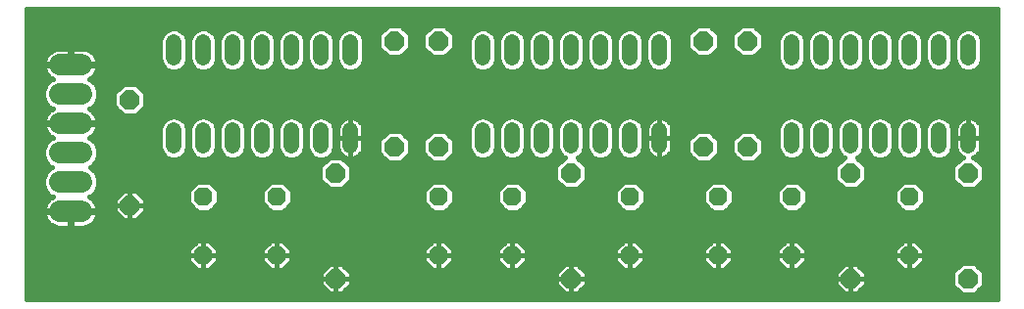
<source format=gbl>
G75*
%MOMM*%
%OFA0B0*%
%FSLAX33Y33*%
%IPPOS*%
%LPD*%
%AMOC8*
5,1,8,0,0,1.08239X$1,22.5*
%
%ADD10C,1.321*%
%ADD11OC8,1.600*%
%ADD12OC8,1.676*%
%ADD13C,1.880*%
%ADD14C,0.406*%
D10*
X14224Y14834D02*
X14224Y16154D01*
X16764Y16154D02*
X16764Y14834D01*
X19304Y14834D02*
X19304Y16154D01*
X21844Y16154D02*
X21844Y14834D01*
X24384Y14834D02*
X24384Y16154D01*
X26924Y16154D02*
X26924Y14834D01*
X29464Y14834D02*
X29464Y16154D01*
X40894Y16154D02*
X40894Y14834D01*
X43434Y14834D02*
X43434Y16154D01*
X45974Y16154D02*
X45974Y14834D01*
X48514Y14834D02*
X48514Y16154D01*
X51054Y16154D02*
X51054Y14834D01*
X53594Y14834D02*
X53594Y16154D01*
X56134Y16154D02*
X56134Y14834D01*
X67564Y14834D02*
X67564Y16154D01*
X70104Y16154D02*
X70104Y14834D01*
X72644Y14834D02*
X72644Y16154D01*
X75184Y16154D02*
X75184Y14834D01*
X77724Y14834D02*
X77724Y16154D01*
X80264Y16154D02*
X80264Y14834D01*
X82804Y14834D02*
X82804Y16154D01*
X82804Y22454D02*
X82804Y23774D01*
X80264Y23774D02*
X80264Y22454D01*
X77724Y22454D02*
X77724Y23774D01*
X75184Y23774D02*
X75184Y22454D01*
X72644Y22454D02*
X72644Y23774D01*
X70104Y23774D02*
X70104Y22454D01*
X67564Y22454D02*
X67564Y23774D01*
X56134Y23774D02*
X56134Y22454D01*
X53594Y22454D02*
X53594Y23774D01*
X51054Y23774D02*
X51054Y22454D01*
X48514Y22454D02*
X48514Y23774D01*
X45974Y23774D02*
X45974Y22454D01*
X43434Y22454D02*
X43434Y23774D01*
X40894Y23774D02*
X40894Y22454D01*
X29464Y22454D02*
X29464Y23774D01*
X26924Y23774D02*
X26924Y22454D01*
X24384Y22454D02*
X24384Y23774D01*
X21844Y23774D02*
X21844Y22454D01*
X19304Y22454D02*
X19304Y23774D01*
X16764Y23774D02*
X16764Y22454D01*
X14224Y22454D02*
X14224Y23774D01*
D11*
X16764Y10414D03*
X23114Y10414D03*
X37084Y10414D03*
X43434Y10414D03*
X53594Y10414D03*
X61214Y10414D03*
X67564Y10414D03*
X77724Y10414D03*
X77724Y05334D03*
X67564Y05334D03*
X61214Y05334D03*
X53594Y05334D03*
X43434Y05334D03*
X37084Y05334D03*
X23114Y05334D03*
X16764Y05334D03*
D12*
X28194Y03302D03*
X10414Y09652D03*
X28194Y12446D03*
X33274Y14732D03*
X37084Y14732D03*
X48514Y12446D03*
X59944Y14732D03*
X63754Y14732D03*
X72644Y12446D03*
X82804Y12446D03*
X82804Y03302D03*
X72644Y03302D03*
X48514Y03302D03*
X10414Y18796D03*
X33274Y23876D03*
X37084Y23876D03*
X59944Y23876D03*
X63754Y23876D03*
D13*
X06274Y21844D02*
X04394Y21844D01*
X04394Y19304D02*
X06274Y19304D01*
X06274Y16764D02*
X04394Y16764D01*
X04394Y14224D02*
X06274Y14224D01*
X06274Y11684D02*
X04394Y11684D01*
X04394Y09144D02*
X06274Y09144D01*
D14*
X01524Y01524D02*
X85344Y01524D01*
X01524Y01524D01*
X01524Y26645D01*
X85344Y26645D01*
X85344Y01524D01*
X85344Y01929D02*
X01524Y01929D01*
X01524Y02334D02*
X27330Y02334D01*
X27657Y02007D02*
X26899Y02765D01*
X26899Y03302D01*
X28194Y03302D01*
X28194Y03302D01*
X28194Y04597D01*
X27657Y04597D01*
X26899Y03839D01*
X26899Y03302D01*
X28194Y03302D01*
X29489Y03302D01*
X29489Y03839D01*
X28731Y04597D01*
X28194Y04597D01*
X28194Y03302D01*
X28194Y03302D01*
X28194Y03302D01*
X29489Y03302D01*
X29489Y02765D01*
X28731Y02007D01*
X28194Y02007D01*
X28194Y03302D01*
X28194Y03302D01*
X28194Y02007D01*
X27657Y02007D01*
X28194Y02334D02*
X28194Y02334D01*
X28194Y02739D02*
X28194Y02739D01*
X29058Y02334D02*
X47650Y02334D01*
X47977Y02007D02*
X47219Y02765D01*
X47219Y03302D01*
X48514Y03302D01*
X48514Y03302D01*
X48514Y04597D01*
X47977Y04597D01*
X47219Y03839D01*
X47219Y03302D01*
X48514Y03302D01*
X49809Y03302D01*
X49809Y03839D01*
X49051Y04597D01*
X48514Y04597D01*
X48514Y03302D01*
X48514Y03302D01*
X48514Y03302D01*
X49809Y03302D01*
X49809Y02765D01*
X49051Y02007D01*
X48514Y02007D01*
X48514Y03302D01*
X48514Y03302D01*
X48514Y02007D01*
X47977Y02007D01*
X48514Y02334D02*
X48514Y02334D01*
X48514Y02739D02*
X48514Y02739D01*
X49378Y02334D02*
X71780Y02334D01*
X72107Y02007D02*
X71349Y02765D01*
X71349Y03302D01*
X72644Y03302D01*
X72644Y03302D01*
X72644Y04597D01*
X72107Y04597D01*
X71349Y03839D01*
X71349Y03302D01*
X72644Y03302D01*
X73939Y03302D01*
X73939Y03839D01*
X73181Y04597D01*
X72644Y04597D01*
X72644Y03302D01*
X72644Y03302D01*
X72644Y03302D01*
X73939Y03302D01*
X73939Y02765D01*
X73181Y02007D01*
X72644Y02007D01*
X72644Y03302D01*
X72644Y03302D01*
X72644Y02007D01*
X72107Y02007D01*
X72644Y02334D02*
X72644Y02334D01*
X72644Y02739D02*
X72644Y02739D01*
X73508Y02334D02*
X81868Y02334D01*
X82246Y01956D02*
X81458Y02744D01*
X81458Y03860D01*
X82246Y04648D01*
X83362Y04648D01*
X84150Y03860D01*
X84150Y02744D01*
X83362Y01956D01*
X82246Y01956D01*
X83740Y02334D02*
X85344Y02334D01*
X85344Y02739D02*
X84145Y02739D01*
X84150Y03144D02*
X85344Y03144D01*
X85344Y03548D02*
X84150Y03548D01*
X84056Y03953D02*
X85344Y03953D01*
X85344Y04358D02*
X83652Y04358D01*
X81956Y04358D02*
X78526Y04358D01*
X78245Y04077D02*
X77724Y04077D01*
X77724Y05334D01*
X77724Y05334D01*
X77724Y06591D01*
X77203Y06591D01*
X76467Y05855D01*
X76467Y05334D01*
X76467Y04813D01*
X77203Y04077D01*
X77724Y04077D01*
X77724Y05334D01*
X78981Y05334D01*
X77724Y05334D01*
X77724Y05334D01*
X77724Y05334D01*
X76467Y05334D01*
X77724Y05334D01*
X77724Y06591D01*
X78245Y06591D01*
X78981Y05855D01*
X78981Y05334D01*
X78981Y04813D01*
X78245Y04077D01*
X77724Y04358D02*
X77724Y04358D01*
X77724Y04763D02*
X77724Y04763D01*
X76922Y04358D02*
X73420Y04358D01*
X73825Y03953D02*
X81552Y03953D01*
X81458Y03548D02*
X73939Y03548D01*
X73939Y03144D02*
X81458Y03144D01*
X81463Y02739D02*
X73913Y02739D01*
X72644Y03144D02*
X72644Y03144D01*
X72644Y03548D02*
X72644Y03548D01*
X71349Y03548D02*
X49809Y03548D01*
X49809Y03144D02*
X71349Y03144D01*
X71375Y02739D02*
X49783Y02739D01*
X48514Y03144D02*
X48514Y03144D01*
X48514Y03548D02*
X48514Y03548D01*
X47219Y03548D02*
X29489Y03548D01*
X29489Y03144D02*
X47219Y03144D01*
X47245Y02739D02*
X29463Y02739D01*
X28194Y03144D02*
X28194Y03144D01*
X28194Y03548D02*
X28194Y03548D01*
X28194Y03953D02*
X28194Y03953D01*
X28194Y04358D02*
X28194Y04358D01*
X28970Y04358D02*
X36282Y04358D01*
X36563Y04077D02*
X35827Y04813D01*
X35827Y05334D01*
X37084Y05334D01*
X37084Y05334D01*
X37084Y06591D01*
X36563Y06591D01*
X35827Y05855D01*
X35827Y05334D01*
X37084Y05334D01*
X38341Y05334D01*
X37084Y05334D01*
X37084Y05334D01*
X37084Y05334D01*
X37084Y06591D01*
X37605Y06591D01*
X38341Y05855D01*
X38341Y05334D01*
X38341Y04813D01*
X37605Y04077D01*
X37084Y04077D01*
X37084Y05334D01*
X37084Y05334D01*
X37084Y04077D01*
X36563Y04077D01*
X37084Y04358D02*
X37084Y04358D01*
X37084Y04763D02*
X37084Y04763D01*
X37886Y04358D02*
X42632Y04358D01*
X42913Y04077D02*
X42177Y04813D01*
X42177Y05334D01*
X43434Y05334D01*
X43434Y05334D01*
X43434Y06591D01*
X42913Y06591D01*
X42177Y05855D01*
X42177Y05334D01*
X43434Y05334D01*
X44691Y05334D01*
X43434Y05334D01*
X43434Y05334D01*
X43434Y05334D01*
X43434Y06591D01*
X43955Y06591D01*
X44691Y05855D01*
X44691Y05334D01*
X44691Y04813D01*
X43955Y04077D01*
X43434Y04077D01*
X43434Y05334D01*
X43434Y05334D01*
X43434Y04077D01*
X42913Y04077D01*
X43434Y04358D02*
X43434Y04358D01*
X43434Y04763D02*
X43434Y04763D01*
X44236Y04358D02*
X47738Y04358D01*
X47333Y03953D02*
X29375Y03953D01*
X27418Y04358D02*
X23916Y04358D01*
X23635Y04077D02*
X23114Y04077D01*
X23114Y05334D01*
X23114Y05334D01*
X23114Y06591D01*
X22593Y06591D01*
X21857Y05855D01*
X21857Y05334D01*
X21857Y04813D01*
X22593Y04077D01*
X23114Y04077D01*
X23114Y05334D01*
X24371Y05334D01*
X23114Y05334D01*
X23114Y05334D01*
X23114Y05334D01*
X21857Y05334D01*
X23114Y05334D01*
X23114Y06591D01*
X23635Y06591D01*
X24371Y05855D01*
X24371Y05334D01*
X24371Y04813D01*
X23635Y04077D01*
X23114Y04358D02*
X23114Y04358D01*
X23114Y04763D02*
X23114Y04763D01*
X22312Y04358D02*
X17566Y04358D01*
X17285Y04077D02*
X18021Y04813D01*
X18021Y05334D01*
X16764Y05334D01*
X16764Y05334D01*
X16764Y06591D01*
X16243Y06591D01*
X15507Y05855D01*
X15507Y05334D01*
X15507Y04813D01*
X16243Y04077D01*
X16764Y04077D01*
X17285Y04077D01*
X16764Y04077D02*
X16764Y05334D01*
X18021Y05334D01*
X18021Y05855D01*
X17285Y06591D01*
X16764Y06591D01*
X16764Y05334D01*
X16764Y05334D01*
X16764Y05334D01*
X15507Y05334D01*
X16764Y05334D01*
X16764Y05334D01*
X16764Y04077D01*
X16764Y04358D02*
X16764Y04358D01*
X16764Y04763D02*
X16764Y04763D01*
X15962Y04358D02*
X01524Y04358D01*
X01524Y03953D02*
X27013Y03953D01*
X26899Y03548D02*
X01524Y03548D01*
X01524Y03144D02*
X26899Y03144D01*
X26925Y02739D02*
X01524Y02739D01*
X01524Y04763D02*
X15557Y04763D01*
X15507Y05168D02*
X01524Y05168D01*
X01524Y05573D02*
X15507Y05573D01*
X15630Y05978D02*
X01524Y05978D01*
X01524Y06383D02*
X16035Y06383D01*
X16764Y06383D02*
X16764Y06383D01*
X16764Y05978D02*
X16764Y05978D01*
X17493Y06383D02*
X22385Y06383D01*
X21980Y05978D02*
X17898Y05978D01*
X18021Y05573D02*
X21857Y05573D01*
X21857Y05168D02*
X18021Y05168D01*
X16764Y05168D02*
X16764Y05168D01*
X16764Y05573D02*
X16764Y05573D01*
X17971Y04763D02*
X21907Y04763D01*
X23114Y05168D02*
X23114Y05168D01*
X23114Y05334D02*
X23114Y05334D01*
X23114Y05573D02*
X23114Y05573D01*
X23114Y05978D02*
X23114Y05978D01*
X23114Y06383D02*
X23114Y06383D01*
X23843Y06383D02*
X36355Y06383D01*
X35950Y05978D02*
X24248Y05978D01*
X24371Y05573D02*
X35827Y05573D01*
X35827Y05168D02*
X24371Y05168D01*
X24321Y04763D02*
X35877Y04763D01*
X37084Y05168D02*
X37084Y05168D01*
X37084Y05573D02*
X37084Y05573D01*
X37084Y05978D02*
X37084Y05978D01*
X37084Y06383D02*
X37084Y06383D01*
X37813Y06383D02*
X42705Y06383D01*
X42300Y05978D02*
X38218Y05978D01*
X38341Y05573D02*
X42177Y05573D01*
X42177Y05168D02*
X38341Y05168D01*
X38291Y04763D02*
X42227Y04763D01*
X43434Y05168D02*
X43434Y05168D01*
X43434Y05573D02*
X43434Y05573D01*
X44691Y05573D02*
X52337Y05573D01*
X52337Y05334D02*
X53594Y05334D01*
X53594Y05334D01*
X53594Y06591D01*
X53073Y06591D01*
X52337Y05855D01*
X52337Y05334D01*
X52337Y04813D01*
X53073Y04077D01*
X53594Y04077D01*
X54115Y04077D01*
X54851Y04813D01*
X54851Y05334D01*
X53594Y05334D01*
X54851Y05334D01*
X54851Y05855D01*
X54115Y06591D01*
X53594Y06591D01*
X53594Y05334D01*
X53594Y05334D01*
X53594Y05334D01*
X53594Y04077D01*
X53594Y05334D01*
X53594Y05334D01*
X52337Y05334D01*
X52337Y05168D02*
X44691Y05168D01*
X44641Y04763D02*
X52387Y04763D01*
X52792Y04358D02*
X49290Y04358D01*
X49695Y03953D02*
X71463Y03953D01*
X71868Y04358D02*
X68366Y04358D01*
X68085Y04077D02*
X67564Y04077D01*
X67564Y05334D01*
X67564Y05334D01*
X67564Y06591D01*
X67043Y06591D01*
X66307Y05855D01*
X66307Y05334D01*
X66307Y04813D01*
X67043Y04077D01*
X67564Y04077D01*
X67564Y05334D01*
X68821Y05334D01*
X67564Y05334D01*
X67564Y05334D01*
X67564Y05334D01*
X66307Y05334D01*
X67564Y05334D01*
X67564Y06591D01*
X68085Y06591D01*
X68821Y05855D01*
X68821Y05334D01*
X68821Y04813D01*
X68085Y04077D01*
X67564Y04358D02*
X67564Y04358D01*
X67564Y04763D02*
X67564Y04763D01*
X66762Y04358D02*
X62016Y04358D01*
X61735Y04077D02*
X61214Y04077D01*
X61214Y05334D01*
X61214Y05334D01*
X61214Y06591D01*
X60693Y06591D01*
X59957Y05855D01*
X59957Y05334D01*
X59957Y04813D01*
X60693Y04077D01*
X61214Y04077D01*
X61214Y05334D01*
X62471Y05334D01*
X61214Y05334D01*
X61214Y05334D01*
X61214Y05334D01*
X59957Y05334D01*
X61214Y05334D01*
X61214Y06591D01*
X61735Y06591D01*
X62471Y05855D01*
X62471Y05334D01*
X62471Y04813D01*
X61735Y04077D01*
X61214Y04358D02*
X61214Y04358D01*
X61214Y04763D02*
X61214Y04763D01*
X60412Y04358D02*
X54396Y04358D01*
X54801Y04763D02*
X60007Y04763D01*
X59957Y05168D02*
X54851Y05168D01*
X54851Y05573D02*
X59957Y05573D01*
X61214Y05573D02*
X61214Y05573D01*
X61214Y05334D02*
X61214Y05334D01*
X61214Y05168D02*
X61214Y05168D01*
X62471Y05168D02*
X66307Y05168D01*
X66307Y05573D02*
X62471Y05573D01*
X62348Y05978D02*
X66430Y05978D01*
X66835Y06383D02*
X61943Y06383D01*
X61214Y06383D02*
X61214Y06383D01*
X61214Y05978D02*
X61214Y05978D01*
X60485Y06383D02*
X54323Y06383D01*
X54728Y05978D02*
X60080Y05978D01*
X62421Y04763D02*
X66357Y04763D01*
X67564Y05168D02*
X67564Y05168D01*
X67564Y05334D02*
X67564Y05334D01*
X67564Y05573D02*
X67564Y05573D01*
X67564Y05978D02*
X67564Y05978D01*
X67564Y06383D02*
X67564Y06383D01*
X68293Y06383D02*
X76995Y06383D01*
X76590Y05978D02*
X68698Y05978D01*
X68821Y05573D02*
X76467Y05573D01*
X76467Y05168D02*
X68821Y05168D01*
X68771Y04763D02*
X76517Y04763D01*
X77724Y05168D02*
X77724Y05168D01*
X77724Y05334D02*
X77724Y05334D01*
X77724Y05573D02*
X77724Y05573D01*
X78981Y05573D02*
X85344Y05573D01*
X85344Y05168D02*
X78981Y05168D01*
X78931Y04763D02*
X85344Y04763D01*
X85344Y05978D02*
X78858Y05978D01*
X78453Y06383D02*
X85344Y06383D01*
X85344Y06788D02*
X01524Y06788D01*
X01524Y07193D02*
X85344Y07193D01*
X85344Y07597D02*
X01524Y07597D01*
X01524Y08002D02*
X03589Y08002D01*
X03662Y07949D02*
X03858Y07849D01*
X04067Y07781D01*
X04284Y07747D01*
X05258Y07747D01*
X05258Y09068D01*
X05410Y09068D01*
X05410Y07747D01*
X06384Y07747D01*
X06601Y07781D01*
X06810Y07849D01*
X07006Y07949D01*
X07184Y08078D01*
X07339Y08234D01*
X07469Y08412D01*
X07568Y08608D01*
X07636Y08817D01*
X07671Y09034D01*
X07671Y09068D01*
X05410Y09068D01*
X05410Y09220D01*
X07671Y09220D01*
X07671Y09254D01*
X07636Y09471D01*
X07568Y09680D01*
X07469Y09876D01*
X07339Y10054D01*
X07184Y10210D01*
X07006Y10339D01*
X06918Y10384D01*
X07094Y10457D01*
X07501Y10864D01*
X07722Y11396D01*
X07722Y11972D01*
X07501Y12504D01*
X07094Y12911D01*
X06991Y12954D01*
X07094Y12997D01*
X07501Y13404D01*
X07722Y13936D01*
X07722Y14512D01*
X07501Y15044D01*
X07094Y15451D01*
X06918Y15524D01*
X07006Y15569D01*
X07184Y15698D01*
X07339Y15854D01*
X07469Y16032D01*
X07568Y16228D01*
X07636Y16437D01*
X07671Y16654D01*
X07671Y16688D01*
X05410Y16688D01*
X05410Y16840D01*
X07671Y16840D01*
X07671Y16874D01*
X07636Y17091D01*
X07568Y17300D01*
X07469Y17496D01*
X07339Y17674D01*
X07184Y17830D01*
X07006Y17959D01*
X06918Y18004D01*
X07094Y18077D01*
X07501Y18484D01*
X07722Y19016D01*
X07722Y19592D01*
X07501Y20124D01*
X07094Y20531D01*
X06918Y20604D01*
X07006Y20649D01*
X07184Y20778D01*
X07339Y20934D01*
X07469Y21112D01*
X07568Y21308D01*
X07636Y21517D01*
X07671Y21734D01*
X07671Y21768D01*
X05410Y21768D01*
X05410Y21920D01*
X05258Y21920D01*
X05258Y21768D01*
X02997Y21768D01*
X02997Y21734D01*
X03032Y21517D01*
X03100Y21308D01*
X03199Y21112D01*
X03329Y20934D01*
X03484Y20778D01*
X03662Y20649D01*
X03750Y20604D01*
X03574Y20531D01*
X03167Y20124D01*
X02946Y19592D01*
X02946Y19016D01*
X03167Y18484D01*
X03574Y18077D01*
X03750Y18004D01*
X03662Y17959D01*
X03484Y17830D01*
X03329Y17674D01*
X03199Y17496D01*
X03100Y17300D01*
X03032Y17091D01*
X02997Y16874D01*
X02997Y16840D01*
X05258Y16840D01*
X05258Y16688D01*
X02997Y16688D01*
X02997Y16654D01*
X03032Y16437D01*
X03100Y16228D01*
X03199Y16032D01*
X03329Y15854D01*
X03484Y15698D01*
X03662Y15569D01*
X03750Y15524D01*
X03574Y15451D01*
X03167Y15044D01*
X02946Y14512D01*
X02946Y13936D01*
X03167Y13404D01*
X03574Y12997D01*
X03677Y12954D01*
X03574Y12911D01*
X03167Y12504D01*
X02946Y11972D01*
X02946Y11396D01*
X03167Y10864D01*
X03574Y10457D01*
X03750Y10384D01*
X03662Y10339D01*
X03484Y10210D01*
X03329Y10054D01*
X03199Y09876D01*
X03100Y09680D01*
X03032Y09471D01*
X02997Y09254D01*
X02997Y09220D01*
X05258Y09220D01*
X05258Y09068D01*
X02997Y09068D01*
X02997Y09034D01*
X03032Y08817D01*
X03100Y08608D01*
X03199Y08412D01*
X03329Y08234D01*
X03484Y08078D01*
X03662Y07949D01*
X03203Y08407D02*
X01524Y08407D01*
X01524Y08812D02*
X03033Y08812D01*
X01524Y09217D02*
X05258Y09217D01*
X05410Y09217D02*
X09119Y09217D01*
X09119Y09115D02*
X09877Y08357D01*
X10414Y08357D01*
X10951Y08357D01*
X11709Y09115D01*
X11709Y09652D01*
X11709Y10189D01*
X10951Y10947D01*
X10414Y10947D01*
X09877Y10947D01*
X09119Y10189D01*
X09119Y09652D01*
X09119Y09115D01*
X09422Y08812D02*
X07635Y08812D01*
X07465Y08407D02*
X09827Y08407D01*
X10414Y08407D02*
X10414Y08407D01*
X10414Y08357D02*
X10414Y09652D01*
X10414Y09652D01*
X10414Y10947D01*
X10414Y09652D01*
X11709Y09652D01*
X10414Y09652D01*
X10414Y09652D01*
X10414Y09652D01*
X09119Y09652D01*
X10414Y09652D01*
X10414Y09652D01*
X10414Y08357D01*
X11001Y08407D02*
X85344Y08407D01*
X85344Y08002D02*
X07079Y08002D01*
X05410Y08002D02*
X05258Y08002D01*
X05258Y08407D02*
X05410Y08407D01*
X05410Y08812D02*
X05258Y08812D01*
X03081Y09622D02*
X01524Y09622D01*
X01524Y10027D02*
X03309Y10027D01*
X03634Y10432D02*
X01524Y10432D01*
X01524Y10837D02*
X03194Y10837D01*
X03010Y11242D02*
X01524Y11242D01*
X01524Y11646D02*
X02946Y11646D01*
X02979Y12051D02*
X01524Y12051D01*
X01524Y12456D02*
X03147Y12456D01*
X03524Y12861D02*
X01524Y12861D01*
X01524Y13266D02*
X03305Y13266D01*
X03056Y13671D02*
X01524Y13671D01*
X01524Y14076D02*
X02946Y14076D01*
X02946Y14481D02*
X01524Y14481D01*
X01524Y14886D02*
X03101Y14886D01*
X03413Y15291D02*
X01524Y15291D01*
X01524Y15695D02*
X03488Y15695D01*
X03164Y16100D02*
X01524Y16100D01*
X01524Y16505D02*
X03021Y16505D01*
X03003Y16910D02*
X01524Y16910D01*
X01524Y17315D02*
X03107Y17315D01*
X03375Y17720D02*
X01524Y17720D01*
X01524Y18125D02*
X03526Y18125D01*
X03148Y18530D02*
X01524Y18530D01*
X01524Y18935D02*
X02980Y18935D01*
X02946Y19340D02*
X01524Y19340D01*
X01524Y19745D02*
X03010Y19745D01*
X03192Y20149D02*
X01524Y20149D01*
X01524Y20554D02*
X03629Y20554D01*
X03310Y20959D02*
X01524Y20959D01*
X01524Y21364D02*
X03081Y21364D01*
X02997Y21920D02*
X05258Y21920D01*
X05258Y23241D01*
X04284Y23241D01*
X04067Y23207D01*
X03858Y23139D01*
X03662Y23039D01*
X03484Y22910D01*
X03329Y22754D01*
X03199Y22576D01*
X03100Y22380D01*
X03032Y22171D01*
X02997Y21954D01*
X02997Y21920D01*
X03032Y22174D02*
X01524Y22174D01*
X01524Y21769D02*
X05258Y21769D01*
X05410Y21769D02*
X13256Y21769D01*
X13233Y21792D02*
X13562Y21463D01*
X13992Y21285D01*
X14456Y21285D01*
X14886Y21463D01*
X15215Y21792D01*
X15392Y22221D01*
X15392Y24007D01*
X15215Y24436D01*
X14886Y24765D01*
X14456Y24943D01*
X13992Y24943D01*
X13562Y24765D01*
X13233Y24436D01*
X13056Y24007D01*
X13056Y22221D01*
X13233Y21792D01*
X13075Y22174D02*
X07635Y22174D01*
X07636Y22171D02*
X07568Y22380D01*
X07469Y22576D01*
X07339Y22754D01*
X07184Y22910D01*
X07006Y23039D01*
X06810Y23139D01*
X06601Y23207D01*
X06384Y23241D01*
X05410Y23241D01*
X05410Y21920D01*
X07671Y21920D01*
X07671Y21954D01*
X07636Y22171D01*
X07467Y22579D02*
X13056Y22579D01*
X13056Y22984D02*
X07082Y22984D01*
X05410Y22984D02*
X05258Y22984D01*
X05258Y22579D02*
X05410Y22579D01*
X05410Y22174D02*
X05258Y22174D01*
X03586Y22984D02*
X01524Y22984D01*
X01524Y22579D02*
X03201Y22579D01*
X01524Y23389D02*
X13056Y23389D01*
X13056Y23793D02*
X01524Y23793D01*
X01524Y24198D02*
X13135Y24198D01*
X13401Y24603D02*
X01524Y24603D01*
X01524Y25008D02*
X32502Y25008D01*
X32716Y25222D02*
X31928Y24434D01*
X31928Y23318D01*
X32716Y22530D01*
X33832Y22530D01*
X34620Y23318D01*
X34620Y24434D01*
X33832Y25222D01*
X32716Y25222D01*
X32097Y24603D02*
X30287Y24603D01*
X30126Y24765D02*
X29696Y24943D01*
X29232Y24943D01*
X28802Y24765D01*
X28473Y24436D01*
X28296Y24007D01*
X28296Y22221D01*
X28473Y21792D01*
X28802Y21463D01*
X29232Y21285D01*
X29696Y21285D01*
X30126Y21463D01*
X30455Y21792D01*
X30632Y22221D01*
X30632Y24007D01*
X30455Y24436D01*
X30126Y24765D01*
X30553Y24198D02*
X31928Y24198D01*
X31928Y23793D02*
X30632Y23793D01*
X30632Y23389D02*
X31928Y23389D01*
X32262Y22984D02*
X30632Y22984D01*
X30632Y22579D02*
X32667Y22579D01*
X33881Y22579D02*
X36477Y22579D01*
X36526Y22530D02*
X37642Y22530D01*
X38430Y23318D01*
X38430Y24434D01*
X37642Y25222D01*
X36526Y25222D01*
X35738Y24434D01*
X35738Y23318D01*
X36526Y22530D01*
X36072Y22984D02*
X34286Y22984D01*
X34620Y23389D02*
X35738Y23389D01*
X35738Y23793D02*
X34620Y23793D01*
X34620Y24198D02*
X35738Y24198D01*
X35907Y24603D02*
X34451Y24603D01*
X34046Y25008D02*
X36312Y25008D01*
X37856Y25008D02*
X59172Y25008D01*
X59386Y25222D02*
X58598Y24434D01*
X58598Y23318D01*
X59386Y22530D01*
X60502Y22530D01*
X61290Y23318D01*
X61290Y24434D01*
X60502Y25222D01*
X59386Y25222D01*
X60716Y25008D02*
X62982Y25008D01*
X63196Y25222D02*
X62408Y24434D01*
X62408Y23318D01*
X63196Y22530D01*
X64312Y22530D01*
X65100Y23318D01*
X65100Y24434D01*
X64312Y25222D01*
X63196Y25222D01*
X62577Y24603D02*
X61121Y24603D01*
X61290Y24198D02*
X62408Y24198D01*
X62408Y23793D02*
X61290Y23793D01*
X61290Y23389D02*
X62408Y23389D01*
X62742Y22984D02*
X60956Y22984D01*
X60551Y22579D02*
X63147Y22579D01*
X64361Y22579D02*
X66396Y22579D01*
X66396Y22221D02*
X66573Y21792D01*
X66902Y21463D01*
X67332Y21285D01*
X67796Y21285D01*
X68226Y21463D01*
X68555Y21792D01*
X68732Y22221D01*
X68732Y24007D01*
X68555Y24436D01*
X68226Y24765D01*
X67796Y24943D01*
X67332Y24943D01*
X66902Y24765D01*
X66573Y24436D01*
X66396Y24007D01*
X66396Y22221D01*
X66415Y22174D02*
X57283Y22174D01*
X57302Y22221D02*
X57125Y21792D01*
X56796Y21463D01*
X56366Y21285D01*
X55902Y21285D01*
X55472Y21463D01*
X55143Y21792D01*
X54966Y22221D01*
X54966Y24007D01*
X55143Y24436D01*
X55472Y24765D01*
X55902Y24943D01*
X56366Y24943D01*
X56796Y24765D01*
X57125Y24436D01*
X57302Y24007D01*
X57302Y22221D01*
X57302Y22579D02*
X59337Y22579D01*
X58932Y22984D02*
X57302Y22984D01*
X57302Y23389D02*
X58598Y23389D01*
X58598Y23793D02*
X57302Y23793D01*
X57223Y24198D02*
X58598Y24198D01*
X58767Y24603D02*
X56957Y24603D01*
X55311Y24603D02*
X54417Y24603D01*
X54256Y24765D02*
X53826Y24943D01*
X53362Y24943D01*
X52932Y24765D01*
X52603Y24436D01*
X52426Y24007D01*
X52426Y22221D01*
X52603Y21792D01*
X52932Y21463D01*
X53362Y21285D01*
X53826Y21285D01*
X54256Y21463D01*
X54585Y21792D01*
X54762Y22221D01*
X54762Y24007D01*
X54585Y24436D01*
X54256Y24765D01*
X54683Y24198D02*
X55045Y24198D01*
X54966Y23793D02*
X54762Y23793D01*
X54762Y23389D02*
X54966Y23389D01*
X54966Y22984D02*
X54762Y22984D01*
X54762Y22579D02*
X54966Y22579D01*
X54985Y22174D02*
X54743Y22174D01*
X54562Y21769D02*
X55166Y21769D01*
X55711Y21364D02*
X54017Y21364D01*
X53171Y21364D02*
X51477Y21364D01*
X51286Y21285D02*
X51716Y21463D01*
X52045Y21792D01*
X52222Y22221D01*
X52222Y24007D01*
X52045Y24436D01*
X51716Y24765D01*
X51286Y24943D01*
X50822Y24943D01*
X50392Y24765D01*
X50063Y24436D01*
X49886Y24007D01*
X49886Y22221D01*
X50063Y21792D01*
X50392Y21463D01*
X50822Y21285D01*
X51286Y21285D01*
X50631Y21364D02*
X48937Y21364D01*
X48746Y21285D02*
X49176Y21463D01*
X49505Y21792D01*
X49682Y22221D01*
X49682Y24007D01*
X49505Y24436D01*
X49176Y24765D01*
X48746Y24943D01*
X48282Y24943D01*
X47852Y24765D01*
X47523Y24436D01*
X47346Y24007D01*
X47346Y22221D01*
X47523Y21792D01*
X47852Y21463D01*
X48282Y21285D01*
X48746Y21285D01*
X48091Y21364D02*
X46397Y21364D01*
X46206Y21285D02*
X46636Y21463D01*
X46965Y21792D01*
X47142Y22221D01*
X47142Y24007D01*
X46965Y24436D01*
X46636Y24765D01*
X46206Y24943D01*
X45742Y24943D01*
X45312Y24765D01*
X44983Y24436D01*
X44806Y24007D01*
X44806Y22221D01*
X44983Y21792D01*
X45312Y21463D01*
X45742Y21285D01*
X46206Y21285D01*
X45551Y21364D02*
X43857Y21364D01*
X43666Y21285D02*
X44096Y21463D01*
X44425Y21792D01*
X44602Y22221D01*
X44602Y24007D01*
X44425Y24436D01*
X44096Y24765D01*
X43666Y24943D01*
X43202Y24943D01*
X42772Y24765D01*
X42443Y24436D01*
X42266Y24007D01*
X42266Y22221D01*
X42443Y21792D01*
X42772Y21463D01*
X43202Y21285D01*
X43666Y21285D01*
X43011Y21364D02*
X41317Y21364D01*
X41126Y21285D02*
X41556Y21463D01*
X41885Y21792D01*
X42062Y22221D01*
X42062Y24007D01*
X41885Y24436D01*
X41556Y24765D01*
X41126Y24943D01*
X40662Y24943D01*
X40232Y24765D01*
X39903Y24436D01*
X39726Y24007D01*
X39726Y22221D01*
X39903Y21792D01*
X40232Y21463D01*
X40662Y21285D01*
X41126Y21285D01*
X40471Y21364D02*
X29887Y21364D01*
X29041Y21364D02*
X27347Y21364D01*
X27156Y21285D02*
X27586Y21463D01*
X27915Y21792D01*
X28092Y22221D01*
X28092Y24007D01*
X27915Y24436D01*
X27586Y24765D01*
X27156Y24943D01*
X26692Y24943D01*
X26262Y24765D01*
X25933Y24436D01*
X25756Y24007D01*
X25756Y22221D01*
X25933Y21792D01*
X26262Y21463D01*
X26692Y21285D01*
X27156Y21285D01*
X26501Y21364D02*
X24807Y21364D01*
X24616Y21285D02*
X25046Y21463D01*
X25375Y21792D01*
X25552Y22221D01*
X25552Y24007D01*
X25375Y24436D01*
X25046Y24765D01*
X24616Y24943D01*
X24152Y24943D01*
X23722Y24765D01*
X23393Y24436D01*
X23216Y24007D01*
X23216Y22221D01*
X23393Y21792D01*
X23722Y21463D01*
X24152Y21285D01*
X24616Y21285D01*
X23961Y21364D02*
X22267Y21364D01*
X22076Y21285D02*
X22506Y21463D01*
X22835Y21792D01*
X23012Y22221D01*
X23012Y24007D01*
X22835Y24436D01*
X22506Y24765D01*
X22076Y24943D01*
X21612Y24943D01*
X21182Y24765D01*
X20853Y24436D01*
X20676Y24007D01*
X20676Y22221D01*
X20853Y21792D01*
X21182Y21463D01*
X21612Y21285D01*
X22076Y21285D01*
X21421Y21364D02*
X19727Y21364D01*
X19536Y21285D02*
X19966Y21463D01*
X20295Y21792D01*
X20472Y22221D01*
X20472Y24007D01*
X20295Y24436D01*
X19966Y24765D01*
X19536Y24943D01*
X19072Y24943D01*
X18642Y24765D01*
X18313Y24436D01*
X18136Y24007D01*
X18136Y22221D01*
X18313Y21792D01*
X18642Y21463D01*
X19072Y21285D01*
X19536Y21285D01*
X18881Y21364D02*
X17187Y21364D01*
X16996Y21285D02*
X17426Y21463D01*
X17755Y21792D01*
X17932Y22221D01*
X17932Y24007D01*
X17755Y24436D01*
X17426Y24765D01*
X16996Y24943D01*
X16532Y24943D01*
X16102Y24765D01*
X15773Y24436D01*
X15596Y24007D01*
X15596Y22221D01*
X15773Y21792D01*
X16102Y21463D01*
X16532Y21285D01*
X16996Y21285D01*
X16341Y21364D02*
X14647Y21364D01*
X13801Y21364D02*
X07587Y21364D01*
X07358Y20959D02*
X85344Y20959D01*
X85344Y20554D02*
X07039Y20554D01*
X07476Y20149D02*
X85344Y20149D01*
X85344Y19745D02*
X11369Y19745D01*
X11760Y19354D02*
X10972Y20142D01*
X09856Y20142D01*
X09068Y19354D01*
X09068Y18238D01*
X09856Y17450D01*
X10972Y17450D01*
X11760Y18238D01*
X11760Y19354D01*
X11760Y19340D02*
X85344Y19340D01*
X85344Y18935D02*
X11760Y18935D01*
X11760Y18530D02*
X85344Y18530D01*
X85344Y18125D02*
X11647Y18125D01*
X11242Y17720D02*
X85344Y17720D01*
X85344Y17315D02*
X80515Y17315D01*
X80496Y17323D02*
X80032Y17323D01*
X79602Y17145D01*
X79273Y16816D01*
X79096Y16387D01*
X79096Y14601D01*
X79273Y14172D01*
X79602Y13843D01*
X80032Y13665D01*
X80496Y13665D01*
X80926Y13843D01*
X81255Y14172D01*
X81432Y14601D01*
X81432Y16387D01*
X81255Y16816D01*
X80926Y17145D01*
X80496Y17323D01*
X80013Y17315D02*
X77975Y17315D01*
X77956Y17323D02*
X77492Y17323D01*
X77062Y17145D01*
X76733Y16816D01*
X76556Y16387D01*
X76556Y14601D01*
X76733Y14172D01*
X77062Y13843D01*
X77492Y13665D01*
X77956Y13665D01*
X78386Y13843D01*
X78715Y14172D01*
X78892Y14601D01*
X78892Y16387D01*
X78715Y16816D01*
X78386Y17145D01*
X77956Y17323D01*
X77473Y17315D02*
X75435Y17315D01*
X75416Y17323D02*
X74952Y17323D01*
X74522Y17145D01*
X74193Y16816D01*
X74016Y16387D01*
X74016Y14601D01*
X74193Y14172D01*
X74522Y13843D01*
X74952Y13665D01*
X75416Y13665D01*
X75846Y13843D01*
X76175Y14172D01*
X76352Y14601D01*
X76352Y16387D01*
X76175Y16816D01*
X75846Y17145D01*
X75416Y17323D01*
X74933Y17315D02*
X72895Y17315D01*
X72876Y17323D02*
X72412Y17323D01*
X71982Y17145D01*
X71653Y16816D01*
X71476Y16387D01*
X71476Y14601D01*
X71653Y14172D01*
X71982Y13843D01*
X72105Y13792D01*
X72086Y13792D01*
X71298Y13004D01*
X71298Y11888D01*
X72086Y11100D01*
X73202Y11100D01*
X73990Y11888D01*
X73990Y13004D01*
X73202Y13792D01*
X73183Y13792D01*
X73306Y13843D01*
X73635Y14172D01*
X73812Y14601D01*
X73812Y16387D01*
X73635Y16816D01*
X73306Y17145D01*
X72876Y17323D01*
X72393Y17315D02*
X70355Y17315D01*
X70336Y17323D02*
X70766Y17145D01*
X71095Y16816D01*
X71272Y16387D01*
X71272Y14601D01*
X71095Y14172D01*
X70766Y13843D01*
X70336Y13665D01*
X69872Y13665D01*
X69442Y13843D01*
X69113Y14172D01*
X68936Y14601D01*
X68936Y16387D01*
X69113Y16816D01*
X69442Y17145D01*
X69872Y17323D01*
X70336Y17323D01*
X69853Y17315D02*
X67815Y17315D01*
X67796Y17323D02*
X67332Y17323D01*
X66902Y17145D01*
X66573Y16816D01*
X66396Y16387D01*
X66396Y14601D01*
X66573Y14172D01*
X66902Y13843D01*
X67332Y13665D01*
X67796Y13665D01*
X68226Y13843D01*
X68555Y14172D01*
X68732Y14601D01*
X68732Y16387D01*
X68555Y16816D01*
X68226Y17145D01*
X67796Y17323D01*
X67313Y17315D02*
X53845Y17315D01*
X53826Y17323D02*
X53362Y17323D01*
X52932Y17145D01*
X52603Y16816D01*
X52426Y16387D01*
X52426Y14601D01*
X52603Y14172D01*
X52932Y13843D01*
X53362Y13665D01*
X53826Y13665D01*
X54256Y13843D01*
X54585Y14172D01*
X54762Y14601D01*
X54762Y16387D01*
X54585Y16816D01*
X54256Y17145D01*
X53826Y17323D01*
X53343Y17315D02*
X51305Y17315D01*
X51286Y17323D02*
X50822Y17323D01*
X50392Y17145D01*
X50063Y16816D01*
X49886Y16387D01*
X49886Y14601D01*
X50063Y14172D01*
X50392Y13843D01*
X50822Y13665D01*
X51286Y13665D01*
X51716Y13843D01*
X52045Y14172D01*
X52222Y14601D01*
X52222Y16387D01*
X52045Y16816D01*
X51716Y17145D01*
X51286Y17323D01*
X50803Y17315D02*
X48765Y17315D01*
X48746Y17323D02*
X48282Y17323D01*
X47852Y17145D01*
X47523Y16816D01*
X47346Y16387D01*
X47346Y14601D01*
X47523Y14172D01*
X47852Y13843D01*
X47975Y13792D01*
X47956Y13792D01*
X47168Y13004D01*
X47168Y11888D01*
X47956Y11100D01*
X49072Y11100D01*
X49860Y11888D01*
X49860Y13004D01*
X49072Y13792D01*
X49053Y13792D01*
X49176Y13843D01*
X49505Y14172D01*
X49682Y14601D01*
X49682Y16387D01*
X49505Y16816D01*
X49176Y17145D01*
X48746Y17323D01*
X48263Y17315D02*
X46225Y17315D01*
X46206Y17323D02*
X45742Y17323D01*
X45312Y17145D01*
X44983Y16816D01*
X44806Y16387D01*
X44806Y14601D01*
X44983Y14172D01*
X45312Y13843D01*
X45742Y13665D01*
X46206Y13665D01*
X46636Y13843D01*
X46965Y14172D01*
X47142Y14601D01*
X47142Y16387D01*
X46965Y16816D01*
X46636Y17145D01*
X46206Y17323D01*
X45723Y17315D02*
X43685Y17315D01*
X43666Y17323D02*
X43202Y17323D01*
X42772Y17145D01*
X42443Y16816D01*
X42266Y16387D01*
X42266Y14601D01*
X42443Y14172D01*
X42772Y13843D01*
X43202Y13665D01*
X43666Y13665D01*
X44096Y13843D01*
X44425Y14172D01*
X44602Y14601D01*
X44602Y16387D01*
X44425Y16816D01*
X44096Y17145D01*
X43666Y17323D01*
X43183Y17315D02*
X41145Y17315D01*
X41126Y17323D02*
X40662Y17323D01*
X40232Y17145D01*
X39903Y16816D01*
X39726Y16387D01*
X39726Y14601D01*
X39903Y14172D01*
X40232Y13843D01*
X40662Y13665D01*
X41126Y13665D01*
X41556Y13843D01*
X41885Y14172D01*
X42062Y14601D01*
X42062Y16387D01*
X41885Y16816D01*
X41556Y17145D01*
X41126Y17323D01*
X40643Y17315D02*
X27175Y17315D01*
X27156Y17323D02*
X26692Y17323D01*
X26262Y17145D01*
X25933Y16816D01*
X25756Y16387D01*
X25756Y14601D01*
X25933Y14172D01*
X26262Y13843D01*
X26692Y13665D01*
X27156Y13665D01*
X27586Y13843D01*
X27915Y14172D01*
X28092Y14601D01*
X28092Y16387D01*
X27915Y16816D01*
X27586Y17145D01*
X27156Y17323D01*
X26673Y17315D02*
X24635Y17315D01*
X24616Y17323D02*
X24152Y17323D01*
X23722Y17145D01*
X23393Y16816D01*
X23216Y16387D01*
X23216Y14601D01*
X23393Y14172D01*
X23722Y13843D01*
X24152Y13665D01*
X24616Y13665D01*
X25046Y13843D01*
X25375Y14172D01*
X25552Y14601D01*
X25552Y16387D01*
X25375Y16816D01*
X25046Y17145D01*
X24616Y17323D01*
X24133Y17315D02*
X22095Y17315D01*
X22076Y17323D02*
X21612Y17323D01*
X21182Y17145D01*
X20853Y16816D01*
X20676Y16387D01*
X20676Y14601D01*
X20853Y14172D01*
X21182Y13843D01*
X21612Y13665D01*
X22076Y13665D01*
X22506Y13843D01*
X22835Y14172D01*
X23012Y14601D01*
X23012Y16387D01*
X22835Y16816D01*
X22506Y17145D01*
X22076Y17323D01*
X21593Y17315D02*
X19555Y17315D01*
X19536Y17323D02*
X19072Y17323D01*
X18642Y17145D01*
X18313Y16816D01*
X18136Y16387D01*
X18136Y14601D01*
X18313Y14172D01*
X18642Y13843D01*
X19072Y13665D01*
X19536Y13665D01*
X19966Y13843D01*
X20295Y14172D01*
X20472Y14601D01*
X20472Y16387D01*
X20295Y16816D01*
X19966Y17145D01*
X19536Y17323D01*
X19053Y17315D02*
X17015Y17315D01*
X16996Y17323D02*
X16532Y17323D01*
X16102Y17145D01*
X15773Y16816D01*
X15596Y16387D01*
X15596Y14601D01*
X15773Y14172D01*
X16102Y13843D01*
X16532Y13665D01*
X16996Y13665D01*
X17426Y13843D01*
X17755Y14172D01*
X17932Y14601D01*
X17932Y16387D01*
X17755Y16816D01*
X17426Y17145D01*
X16996Y17323D01*
X16513Y17315D02*
X14475Y17315D01*
X14456Y17323D02*
X13992Y17323D01*
X13562Y17145D01*
X13233Y16816D01*
X13056Y16387D01*
X13056Y14601D01*
X13233Y14172D01*
X13562Y13843D01*
X13992Y13665D01*
X14456Y13665D01*
X14886Y13843D01*
X15215Y14172D01*
X15392Y14601D01*
X15392Y16387D01*
X15215Y16816D01*
X14886Y17145D01*
X14456Y17323D01*
X13973Y17315D02*
X07561Y17315D01*
X07665Y16910D02*
X13327Y16910D01*
X13105Y16505D02*
X07647Y16505D01*
X07504Y16100D02*
X13056Y16100D01*
X13056Y15695D02*
X07180Y15695D01*
X07255Y15291D02*
X13056Y15291D01*
X13056Y14886D02*
X07567Y14886D01*
X07722Y14481D02*
X13105Y14481D01*
X13329Y14076D02*
X07722Y14076D01*
X07612Y13671D02*
X13978Y13671D01*
X14470Y13671D02*
X16518Y13671D01*
X17010Y13671D02*
X19058Y13671D01*
X19550Y13671D02*
X21598Y13671D01*
X22090Y13671D02*
X24138Y13671D01*
X24630Y13671D02*
X26678Y13671D01*
X27170Y13671D02*
X27515Y13671D01*
X27636Y13792D02*
X26848Y13004D01*
X26848Y11888D01*
X27636Y11100D01*
X28752Y11100D01*
X29540Y11888D01*
X29540Y13004D01*
X28752Y13792D01*
X27636Y13792D01*
X27819Y14076D02*
X28641Y14076D01*
X28612Y14106D02*
X28736Y13981D01*
X28878Y13878D01*
X29035Y13798D01*
X29202Y13744D01*
X29376Y13716D01*
X29464Y13716D01*
X29552Y13716D01*
X29726Y13744D01*
X29893Y13798D01*
X30050Y13878D01*
X30192Y13981D01*
X30316Y14106D01*
X30420Y14248D01*
X30500Y14405D01*
X30554Y14572D01*
X30582Y14746D01*
X30582Y15494D01*
X30582Y16242D01*
X30554Y16416D01*
X30500Y16583D01*
X30420Y16740D01*
X30316Y16882D01*
X30192Y17007D01*
X30050Y17110D01*
X29893Y17190D01*
X29726Y17244D01*
X29552Y17272D01*
X29464Y17272D01*
X29464Y15494D01*
X30582Y15494D01*
X29464Y15494D01*
X29464Y15494D01*
X29464Y15494D01*
X29464Y13716D01*
X29464Y15494D01*
X29464Y15494D01*
X29464Y15494D01*
X28346Y15494D01*
X28346Y14746D01*
X28374Y14572D01*
X28428Y14405D01*
X28508Y14248D01*
X28612Y14106D01*
X28404Y14481D02*
X28043Y14481D01*
X28092Y14886D02*
X28346Y14886D01*
X29464Y14886D02*
X29464Y14886D01*
X29464Y14481D02*
X29464Y14481D01*
X29464Y14076D02*
X29464Y14076D01*
X30287Y14076D02*
X32026Y14076D01*
X31928Y14174D02*
X32716Y13386D01*
X33832Y13386D01*
X34620Y14174D01*
X34620Y15290D01*
X33832Y16078D01*
X32716Y16078D01*
X31928Y15290D01*
X31928Y14174D01*
X31928Y14481D02*
X30524Y14481D01*
X30582Y14886D02*
X31928Y14886D01*
X31929Y15291D02*
X30582Y15291D01*
X30582Y15695D02*
X32334Y15695D01*
X30582Y16100D02*
X39726Y16100D01*
X39775Y16505D02*
X30525Y16505D01*
X30289Y16910D02*
X39997Y16910D01*
X41791Y16910D02*
X42537Y16910D01*
X42315Y16505D02*
X42013Y16505D01*
X42062Y16100D02*
X42266Y16100D01*
X42266Y15695D02*
X42062Y15695D01*
X42062Y15291D02*
X42266Y15291D01*
X42266Y14886D02*
X42062Y14886D01*
X42013Y14481D02*
X42315Y14481D01*
X42539Y14076D02*
X41789Y14076D01*
X41140Y13671D02*
X43188Y13671D01*
X43680Y13671D02*
X45728Y13671D01*
X46220Y13671D02*
X47835Y13671D01*
X47430Y13266D02*
X29278Y13266D01*
X28873Y13671D02*
X32431Y13671D01*
X34117Y13671D02*
X36241Y13671D01*
X36526Y13386D02*
X37642Y13386D01*
X38430Y14174D01*
X38430Y15290D01*
X37642Y16078D01*
X36526Y16078D01*
X35738Y15290D01*
X35738Y14174D01*
X36526Y13386D01*
X37927Y13671D02*
X40648Y13671D01*
X39999Y14076D02*
X38332Y14076D01*
X38430Y14481D02*
X39775Y14481D01*
X39726Y14886D02*
X38430Y14886D01*
X38429Y15291D02*
X39726Y15291D01*
X39726Y15695D02*
X38024Y15695D01*
X36144Y15695D02*
X34214Y15695D01*
X34619Y15291D02*
X35739Y15291D01*
X35738Y14886D02*
X34620Y14886D01*
X34620Y14481D02*
X35738Y14481D01*
X35836Y14076D02*
X34522Y14076D01*
X29540Y12861D02*
X47168Y12861D01*
X47168Y12456D02*
X29540Y12456D01*
X29540Y12051D02*
X47168Y12051D01*
X47410Y11646D02*
X44051Y11646D01*
X43976Y11722D02*
X42892Y11722D01*
X42126Y10956D01*
X42126Y09872D01*
X42892Y09106D01*
X43976Y09106D01*
X44742Y09872D01*
X44742Y10956D01*
X43976Y11722D01*
X42817Y11646D02*
X37701Y11646D01*
X37626Y11722D02*
X36542Y11722D01*
X35776Y10956D01*
X35776Y09872D01*
X36542Y09106D01*
X37626Y09106D01*
X38392Y09872D01*
X38392Y10956D01*
X37626Y11722D01*
X38106Y11242D02*
X42412Y11242D01*
X42126Y10837D02*
X38392Y10837D01*
X38392Y10432D02*
X42126Y10432D01*
X42126Y10027D02*
X38392Y10027D01*
X38142Y09622D02*
X42376Y09622D01*
X42781Y09217D02*
X37737Y09217D01*
X36431Y09217D02*
X23767Y09217D01*
X23656Y09106D02*
X24422Y09872D01*
X24422Y10956D01*
X23656Y11722D01*
X22572Y11722D01*
X21806Y10956D01*
X21806Y09872D01*
X22572Y09106D01*
X23656Y09106D01*
X24172Y09622D02*
X36026Y09622D01*
X35776Y10027D02*
X24422Y10027D01*
X24422Y10432D02*
X35776Y10432D01*
X35776Y10837D02*
X24422Y10837D01*
X24136Y11242D02*
X27495Y11242D01*
X27090Y11646D02*
X23731Y11646D01*
X22497Y11646D02*
X17381Y11646D01*
X17306Y11722D02*
X16222Y11722D01*
X15456Y10956D01*
X15456Y09872D01*
X16222Y09106D01*
X17306Y09106D01*
X18072Y09872D01*
X18072Y10956D01*
X17306Y11722D01*
X16147Y11646D02*
X07722Y11646D01*
X07689Y12051D02*
X26848Y12051D01*
X26848Y12456D02*
X07521Y12456D01*
X07144Y12861D02*
X26848Y12861D01*
X27110Y13266D02*
X07363Y13266D01*
X07658Y11242D02*
X15742Y11242D01*
X15456Y10837D02*
X11061Y10837D01*
X11466Y10432D02*
X15456Y10432D01*
X15456Y10027D02*
X11709Y10027D01*
X11709Y09622D02*
X15706Y09622D01*
X16111Y09217D02*
X11709Y09217D01*
X11406Y08812D02*
X85344Y08812D01*
X85344Y09217D02*
X78377Y09217D01*
X78266Y09106D02*
X79032Y09872D01*
X79032Y10956D01*
X78266Y11722D01*
X77182Y11722D01*
X76416Y10956D01*
X76416Y09872D01*
X77182Y09106D01*
X78266Y09106D01*
X78782Y09622D02*
X85344Y09622D01*
X85344Y10027D02*
X79032Y10027D01*
X79032Y10432D02*
X85344Y10432D01*
X85344Y10837D02*
X79032Y10837D01*
X78746Y11242D02*
X82105Y11242D01*
X82246Y11100D02*
X83362Y11100D01*
X84150Y11888D01*
X84150Y13004D01*
X83362Y13792D01*
X83216Y13792D01*
X83233Y13798D01*
X83390Y13878D01*
X83532Y13981D01*
X83656Y14106D01*
X83760Y14248D01*
X83840Y14405D01*
X83894Y14572D01*
X83922Y14746D01*
X83922Y15494D01*
X83922Y16242D01*
X83894Y16416D01*
X83840Y16583D01*
X83760Y16740D01*
X83656Y16882D01*
X83532Y17007D01*
X83390Y17110D01*
X83233Y17190D01*
X83066Y17244D01*
X82892Y17272D01*
X82804Y17272D01*
X82804Y15494D01*
X83922Y15494D01*
X82804Y15494D01*
X82804Y15494D01*
X82804Y15494D01*
X82804Y15494D01*
X81686Y15494D01*
X81686Y14746D01*
X81714Y14572D01*
X81768Y14405D01*
X81848Y14248D01*
X81952Y14106D01*
X82076Y13981D01*
X82218Y13878D01*
X82375Y13798D01*
X82392Y13792D01*
X82246Y13792D01*
X81458Y13004D01*
X81458Y11888D01*
X82246Y11100D01*
X81700Y11646D02*
X78341Y11646D01*
X77107Y11646D02*
X73748Y11646D01*
X73990Y12051D02*
X81458Y12051D01*
X81458Y12456D02*
X73990Y12456D01*
X73990Y12861D02*
X81458Y12861D01*
X81720Y13266D02*
X73728Y13266D01*
X73323Y13671D02*
X74938Y13671D01*
X75430Y13671D02*
X77478Y13671D01*
X77970Y13671D02*
X80018Y13671D01*
X80510Y13671D02*
X82125Y13671D01*
X81981Y14076D02*
X81159Y14076D01*
X81383Y14481D02*
X81744Y14481D01*
X81686Y14886D02*
X81432Y14886D01*
X81432Y15291D02*
X81686Y15291D01*
X81686Y15494D02*
X82804Y15494D01*
X82804Y17272D01*
X82716Y17272D01*
X82542Y17244D01*
X82375Y17190D01*
X82218Y17110D01*
X82076Y17007D01*
X81952Y16882D01*
X81848Y16740D01*
X81768Y16583D01*
X81714Y16416D01*
X81686Y16242D01*
X81686Y15494D01*
X81686Y15695D02*
X81432Y15695D01*
X81432Y16100D02*
X81686Y16100D01*
X81743Y16505D02*
X81383Y16505D01*
X81161Y16910D02*
X81979Y16910D01*
X82804Y16910D02*
X82804Y16910D01*
X83629Y16910D02*
X85344Y16910D01*
X85344Y16505D02*
X83865Y16505D01*
X83922Y16100D02*
X85344Y16100D01*
X85344Y15695D02*
X83922Y15695D01*
X83922Y15291D02*
X85344Y15291D01*
X85344Y14886D02*
X83922Y14886D01*
X83864Y14481D02*
X85344Y14481D01*
X85344Y14076D02*
X83627Y14076D01*
X83483Y13671D02*
X85344Y13671D01*
X85344Y13266D02*
X83888Y13266D01*
X84150Y12861D02*
X85344Y12861D01*
X85344Y12456D02*
X84150Y12456D01*
X84150Y12051D02*
X85344Y12051D01*
X85344Y11646D02*
X83908Y11646D01*
X83503Y11242D02*
X85344Y11242D01*
X77071Y09217D02*
X68217Y09217D01*
X68106Y09106D02*
X68872Y09872D01*
X68872Y10956D01*
X68106Y11722D01*
X67022Y11722D01*
X66256Y10956D01*
X66256Y09872D01*
X67022Y09106D01*
X68106Y09106D01*
X66911Y09217D02*
X61867Y09217D01*
X61756Y09106D02*
X62522Y09872D01*
X62522Y10956D01*
X61756Y11722D01*
X60672Y11722D01*
X59906Y10956D01*
X59906Y09872D01*
X60672Y09106D01*
X61756Y09106D01*
X62272Y09622D02*
X66506Y09622D01*
X66256Y10027D02*
X62522Y10027D01*
X62522Y10432D02*
X66256Y10432D01*
X66256Y10837D02*
X62522Y10837D01*
X62236Y11242D02*
X66542Y11242D01*
X66947Y11646D02*
X61831Y11646D01*
X60597Y11646D02*
X54211Y11646D01*
X54136Y11722D02*
X53052Y11722D01*
X52286Y10956D01*
X52286Y09872D01*
X53052Y09106D01*
X54136Y09106D01*
X54902Y09872D01*
X54902Y10956D01*
X54136Y11722D01*
X54616Y11242D02*
X60192Y11242D01*
X59906Y10837D02*
X54902Y10837D01*
X54902Y10432D02*
X59906Y10432D01*
X59906Y10027D02*
X54902Y10027D01*
X54652Y09622D02*
X60156Y09622D01*
X60561Y09217D02*
X54247Y09217D01*
X52941Y09217D02*
X44087Y09217D01*
X44492Y09622D02*
X52536Y09622D01*
X52286Y10027D02*
X44742Y10027D01*
X44742Y10432D02*
X52286Y10432D01*
X52286Y10837D02*
X44742Y10837D01*
X44456Y11242D02*
X47815Y11242D01*
X49213Y11242D02*
X52572Y11242D01*
X52977Y11646D02*
X49618Y11646D01*
X49860Y12051D02*
X71298Y12051D01*
X71540Y11646D02*
X68181Y11646D01*
X68586Y11242D02*
X71945Y11242D01*
X73343Y11242D02*
X76702Y11242D01*
X76416Y10837D02*
X68872Y10837D01*
X68872Y10432D02*
X76416Y10432D01*
X76416Y10027D02*
X68872Y10027D01*
X68622Y09622D02*
X76666Y09622D01*
X71298Y12456D02*
X49860Y12456D01*
X49860Y12861D02*
X71298Y12861D01*
X71560Y13266D02*
X49598Y13266D01*
X49193Y13671D02*
X50808Y13671D01*
X51300Y13671D02*
X53348Y13671D01*
X53840Y13671D02*
X59101Y13671D01*
X59386Y13386D02*
X60502Y13386D01*
X61290Y14174D01*
X61290Y15290D01*
X60502Y16078D01*
X59386Y16078D01*
X58598Y15290D01*
X58598Y14174D01*
X59386Y13386D01*
X60787Y13671D02*
X62911Y13671D01*
X63196Y13386D02*
X64312Y13386D01*
X65100Y14174D01*
X65100Y15290D01*
X64312Y16078D01*
X63196Y16078D01*
X62408Y15290D01*
X62408Y14174D01*
X63196Y13386D01*
X64597Y13671D02*
X67318Y13671D01*
X67810Y13671D02*
X69858Y13671D01*
X70350Y13671D02*
X71965Y13671D01*
X71749Y14076D02*
X70999Y14076D01*
X71223Y14481D02*
X71525Y14481D01*
X71476Y14886D02*
X71272Y14886D01*
X71272Y15291D02*
X71476Y15291D01*
X71476Y15695D02*
X71272Y15695D01*
X71272Y16100D02*
X71476Y16100D01*
X71525Y16505D02*
X71223Y16505D01*
X71001Y16910D02*
X71747Y16910D01*
X73541Y16910D02*
X74287Y16910D01*
X74065Y16505D02*
X73763Y16505D01*
X73812Y16100D02*
X74016Y16100D01*
X74016Y15695D02*
X73812Y15695D01*
X73812Y15291D02*
X74016Y15291D01*
X74016Y14886D02*
X73812Y14886D01*
X73763Y14481D02*
X74065Y14481D01*
X74289Y14076D02*
X73539Y14076D01*
X76079Y14076D02*
X76829Y14076D01*
X76605Y14481D02*
X76303Y14481D01*
X76352Y14886D02*
X76556Y14886D01*
X76556Y15291D02*
X76352Y15291D01*
X76352Y15695D02*
X76556Y15695D01*
X76556Y16100D02*
X76352Y16100D01*
X76303Y16505D02*
X76605Y16505D01*
X76827Y16910D02*
X76081Y16910D01*
X78621Y16910D02*
X79367Y16910D01*
X79145Y16505D02*
X78843Y16505D01*
X78892Y16100D02*
X79096Y16100D01*
X79096Y15695D02*
X78892Y15695D01*
X78892Y15291D02*
X79096Y15291D01*
X79096Y14886D02*
X78892Y14886D01*
X78843Y14481D02*
X79145Y14481D01*
X79369Y14076D02*
X78619Y14076D01*
X82804Y15695D02*
X82804Y15695D01*
X82804Y16100D02*
X82804Y16100D01*
X82804Y16505D02*
X82804Y16505D01*
X69207Y16910D02*
X68461Y16910D01*
X68683Y16505D02*
X68985Y16505D01*
X68936Y16100D02*
X68732Y16100D01*
X68732Y15695D02*
X68936Y15695D01*
X68936Y15291D02*
X68732Y15291D01*
X68732Y14886D02*
X68936Y14886D01*
X68985Y14481D02*
X68683Y14481D01*
X68459Y14076D02*
X69209Y14076D01*
X66669Y14076D02*
X65002Y14076D01*
X65100Y14481D02*
X66445Y14481D01*
X66396Y14886D02*
X65100Y14886D01*
X65099Y15291D02*
X66396Y15291D01*
X66396Y15695D02*
X64694Y15695D01*
X66396Y16100D02*
X57252Y16100D01*
X57252Y16242D02*
X57224Y16416D01*
X57170Y16583D01*
X57090Y16740D01*
X56986Y16882D01*
X56862Y17007D01*
X56720Y17110D01*
X56563Y17190D01*
X56396Y17244D01*
X56222Y17272D01*
X56134Y17272D01*
X56134Y15494D01*
X57252Y15494D01*
X57252Y16242D01*
X57195Y16505D02*
X66445Y16505D01*
X66667Y16910D02*
X56959Y16910D01*
X56134Y16910D02*
X56134Y16910D01*
X56134Y17272D02*
X56046Y17272D01*
X55872Y17244D01*
X55705Y17190D01*
X55548Y17110D01*
X55406Y17007D01*
X55282Y16882D01*
X55178Y16740D01*
X55098Y16583D01*
X55044Y16416D01*
X55016Y16242D01*
X55016Y15494D01*
X55016Y14746D01*
X55044Y14572D01*
X55098Y14405D01*
X55178Y14248D01*
X55282Y14106D01*
X55406Y13981D01*
X55548Y13878D01*
X55705Y13798D01*
X55872Y13744D01*
X56046Y13716D01*
X56134Y13716D01*
X56222Y13716D01*
X56396Y13744D01*
X56563Y13798D01*
X56720Y13878D01*
X56862Y13981D01*
X56986Y14106D01*
X57090Y14248D01*
X57170Y14405D01*
X57224Y14572D01*
X57252Y14746D01*
X57252Y15494D01*
X56134Y15494D01*
X56134Y15494D01*
X56134Y15494D01*
X56134Y13716D01*
X56134Y15494D01*
X56134Y15494D01*
X56134Y15494D01*
X55016Y15494D01*
X56134Y15494D01*
X56134Y17272D01*
X55309Y16910D02*
X54491Y16910D01*
X54713Y16505D02*
X55073Y16505D01*
X55016Y16100D02*
X54762Y16100D01*
X56134Y16100D02*
X56134Y16100D01*
X56134Y16505D02*
X56134Y16505D01*
X56134Y15695D02*
X56134Y15695D01*
X56134Y15291D02*
X56134Y15291D01*
X57252Y15291D02*
X58599Y15291D01*
X59004Y15695D02*
X57252Y15695D01*
X55016Y15695D02*
X54762Y15695D01*
X54762Y15291D02*
X55016Y15291D01*
X55016Y14886D02*
X54762Y14886D01*
X54713Y14481D02*
X55074Y14481D01*
X55311Y14076D02*
X54489Y14076D01*
X56134Y14076D02*
X56134Y14076D01*
X56134Y14481D02*
X56134Y14481D01*
X56134Y14886D02*
X56134Y14886D01*
X57252Y14886D02*
X58598Y14886D01*
X58598Y14481D02*
X57194Y14481D01*
X56957Y14076D02*
X58696Y14076D01*
X61192Y14076D02*
X62506Y14076D01*
X62408Y14481D02*
X61290Y14481D01*
X61290Y14886D02*
X62408Y14886D01*
X62409Y15291D02*
X61289Y15291D01*
X60884Y15695D02*
X62814Y15695D01*
X52697Y16910D02*
X51951Y16910D01*
X52173Y16505D02*
X52475Y16505D01*
X52426Y16100D02*
X52222Y16100D01*
X52222Y15695D02*
X52426Y15695D01*
X52426Y15291D02*
X52222Y15291D01*
X52222Y14886D02*
X52426Y14886D01*
X52475Y14481D02*
X52173Y14481D01*
X51949Y14076D02*
X52699Y14076D01*
X50159Y14076D02*
X49409Y14076D01*
X49633Y14481D02*
X49935Y14481D01*
X49886Y14886D02*
X49682Y14886D01*
X49682Y15291D02*
X49886Y15291D01*
X49886Y15695D02*
X49682Y15695D01*
X49682Y16100D02*
X49886Y16100D01*
X49935Y16505D02*
X49633Y16505D01*
X49411Y16910D02*
X50157Y16910D01*
X47617Y16910D02*
X46871Y16910D01*
X47093Y16505D02*
X47395Y16505D01*
X47346Y16100D02*
X47142Y16100D01*
X47142Y15695D02*
X47346Y15695D01*
X47346Y15291D02*
X47142Y15291D01*
X47142Y14886D02*
X47346Y14886D01*
X47395Y14481D02*
X47093Y14481D01*
X46869Y14076D02*
X47619Y14076D01*
X45079Y14076D02*
X44329Y14076D01*
X44553Y14481D02*
X44855Y14481D01*
X44806Y14886D02*
X44602Y14886D01*
X44602Y15291D02*
X44806Y15291D01*
X44806Y15695D02*
X44602Y15695D01*
X44602Y16100D02*
X44806Y16100D01*
X44855Y16505D02*
X44553Y16505D01*
X44331Y16910D02*
X45077Y16910D01*
X56557Y21364D02*
X67141Y21364D01*
X67987Y21364D02*
X69681Y21364D01*
X69872Y21285D02*
X70336Y21285D01*
X70766Y21463D01*
X71095Y21792D01*
X71272Y22221D01*
X71272Y24007D01*
X71095Y24436D01*
X70766Y24765D01*
X70336Y24943D01*
X69872Y24943D01*
X69442Y24765D01*
X69113Y24436D01*
X68936Y24007D01*
X68936Y22221D01*
X69113Y21792D01*
X69442Y21463D01*
X69872Y21285D01*
X70527Y21364D02*
X72221Y21364D01*
X72412Y21285D02*
X72876Y21285D01*
X73306Y21463D01*
X73635Y21792D01*
X73812Y22221D01*
X73812Y24007D01*
X73635Y24436D01*
X73306Y24765D01*
X72876Y24943D01*
X72412Y24943D01*
X71982Y24765D01*
X71653Y24436D01*
X71476Y24007D01*
X71476Y22221D01*
X71653Y21792D01*
X71982Y21463D01*
X72412Y21285D01*
X73067Y21364D02*
X74761Y21364D01*
X74952Y21285D02*
X75416Y21285D01*
X75846Y21463D01*
X76175Y21792D01*
X76352Y22221D01*
X76352Y24007D01*
X76175Y24436D01*
X75846Y24765D01*
X75416Y24943D01*
X74952Y24943D01*
X74522Y24765D01*
X74193Y24436D01*
X74016Y24007D01*
X74016Y22221D01*
X74193Y21792D01*
X74522Y21463D01*
X74952Y21285D01*
X75607Y21364D02*
X77301Y21364D01*
X77492Y21285D02*
X77956Y21285D01*
X78386Y21463D01*
X78715Y21792D01*
X78892Y22221D01*
X78892Y24007D01*
X78715Y24436D01*
X78386Y24765D01*
X77956Y24943D01*
X77492Y24943D01*
X77062Y24765D01*
X76733Y24436D01*
X76556Y24007D01*
X76556Y22221D01*
X76733Y21792D01*
X77062Y21463D01*
X77492Y21285D01*
X78147Y21364D02*
X79841Y21364D01*
X80032Y21285D02*
X79602Y21463D01*
X79273Y21792D01*
X79096Y22221D01*
X79096Y24007D01*
X79273Y24436D01*
X79602Y24765D01*
X80032Y24943D01*
X80496Y24943D01*
X80926Y24765D01*
X81255Y24436D01*
X81432Y24007D01*
X81432Y22221D01*
X81255Y21792D01*
X80926Y21463D01*
X80496Y21285D01*
X80032Y21285D01*
X80687Y21364D02*
X82381Y21364D01*
X82572Y21285D02*
X82142Y21463D01*
X81813Y21792D01*
X81636Y22221D01*
X81636Y24007D01*
X81813Y24436D01*
X82142Y24765D01*
X82572Y24943D01*
X83036Y24943D01*
X83466Y24765D01*
X83795Y24436D01*
X83972Y24007D01*
X83972Y22221D01*
X83795Y21792D01*
X83466Y21463D01*
X83036Y21285D01*
X82572Y21285D01*
X83227Y21364D02*
X85344Y21364D01*
X85344Y21769D02*
X83772Y21769D01*
X83953Y22174D02*
X85344Y22174D01*
X85344Y22579D02*
X83972Y22579D01*
X83972Y22984D02*
X85344Y22984D01*
X85344Y23389D02*
X83972Y23389D01*
X83972Y23793D02*
X85344Y23793D01*
X85344Y24198D02*
X83893Y24198D01*
X83627Y24603D02*
X85344Y24603D01*
X85344Y25008D02*
X64526Y25008D01*
X64931Y24603D02*
X66741Y24603D01*
X66475Y24198D02*
X65100Y24198D01*
X65100Y23793D02*
X66396Y23793D01*
X66396Y23389D02*
X65100Y23389D01*
X64766Y22984D02*
X66396Y22984D01*
X68732Y22984D02*
X68936Y22984D01*
X68936Y22579D02*
X68732Y22579D01*
X68713Y22174D02*
X68955Y22174D01*
X69136Y21769D02*
X68532Y21769D01*
X66596Y21769D02*
X57102Y21769D01*
X52626Y21769D02*
X52022Y21769D01*
X52203Y22174D02*
X52445Y22174D01*
X52426Y22579D02*
X52222Y22579D01*
X52222Y22984D02*
X52426Y22984D01*
X52426Y23389D02*
X52222Y23389D01*
X52222Y23793D02*
X52426Y23793D01*
X52505Y24198D02*
X52143Y24198D01*
X51877Y24603D02*
X52771Y24603D01*
X50231Y24603D02*
X49337Y24603D01*
X49603Y24198D02*
X49965Y24198D01*
X49886Y23793D02*
X49682Y23793D01*
X49682Y23389D02*
X49886Y23389D01*
X49886Y22984D02*
X49682Y22984D01*
X49682Y22579D02*
X49886Y22579D01*
X49905Y22174D02*
X49663Y22174D01*
X49482Y21769D02*
X50086Y21769D01*
X47546Y21769D02*
X46942Y21769D01*
X47123Y22174D02*
X47365Y22174D01*
X47346Y22579D02*
X47142Y22579D01*
X47142Y22984D02*
X47346Y22984D01*
X47346Y23389D02*
X47142Y23389D01*
X47142Y23793D02*
X47346Y23793D01*
X47425Y24198D02*
X47063Y24198D01*
X46797Y24603D02*
X47691Y24603D01*
X45151Y24603D02*
X44257Y24603D01*
X44523Y24198D02*
X44885Y24198D01*
X44806Y23793D02*
X44602Y23793D01*
X44602Y23389D02*
X44806Y23389D01*
X44806Y22984D02*
X44602Y22984D01*
X44602Y22579D02*
X44806Y22579D01*
X44825Y22174D02*
X44583Y22174D01*
X44402Y21769D02*
X45006Y21769D01*
X42466Y21769D02*
X41862Y21769D01*
X42043Y22174D02*
X42285Y22174D01*
X42266Y22579D02*
X42062Y22579D01*
X42062Y22984D02*
X42266Y22984D01*
X42266Y23389D02*
X42062Y23389D01*
X42062Y23793D02*
X42266Y23793D01*
X42345Y24198D02*
X41983Y24198D01*
X41717Y24603D02*
X42611Y24603D01*
X40071Y24603D02*
X38261Y24603D01*
X38430Y24198D02*
X39805Y24198D01*
X39726Y23793D02*
X38430Y23793D01*
X38430Y23389D02*
X39726Y23389D01*
X39726Y22984D02*
X38096Y22984D01*
X37691Y22579D02*
X39726Y22579D01*
X39745Y22174D02*
X30613Y22174D01*
X30432Y21769D02*
X39926Y21769D01*
X28496Y21769D02*
X27892Y21769D01*
X28073Y22174D02*
X28315Y22174D01*
X28296Y22579D02*
X28092Y22579D01*
X28092Y22984D02*
X28296Y22984D01*
X28296Y23389D02*
X28092Y23389D01*
X28092Y23793D02*
X28296Y23793D01*
X28375Y24198D02*
X28013Y24198D01*
X27747Y24603D02*
X28641Y24603D01*
X26101Y24603D02*
X25207Y24603D01*
X25473Y24198D02*
X25835Y24198D01*
X25756Y23793D02*
X25552Y23793D01*
X25552Y23389D02*
X25756Y23389D01*
X25756Y22984D02*
X25552Y22984D01*
X25552Y22579D02*
X25756Y22579D01*
X25775Y22174D02*
X25533Y22174D01*
X25352Y21769D02*
X25956Y21769D01*
X23416Y21769D02*
X22812Y21769D01*
X22993Y22174D02*
X23235Y22174D01*
X23216Y22579D02*
X23012Y22579D01*
X23012Y22984D02*
X23216Y22984D01*
X23216Y23389D02*
X23012Y23389D01*
X23012Y23793D02*
X23216Y23793D01*
X23295Y24198D02*
X22933Y24198D01*
X22667Y24603D02*
X23561Y24603D01*
X21021Y24603D02*
X20127Y24603D01*
X20393Y24198D02*
X20755Y24198D01*
X20676Y23793D02*
X20472Y23793D01*
X20472Y23389D02*
X20676Y23389D01*
X20676Y22984D02*
X20472Y22984D01*
X20472Y22579D02*
X20676Y22579D01*
X20695Y22174D02*
X20453Y22174D01*
X20272Y21769D02*
X20876Y21769D01*
X18336Y21769D02*
X17732Y21769D01*
X17913Y22174D02*
X18155Y22174D01*
X18136Y22579D02*
X17932Y22579D01*
X17932Y22984D02*
X18136Y22984D01*
X18136Y23389D02*
X17932Y23389D01*
X17932Y23793D02*
X18136Y23793D01*
X18215Y24198D02*
X17853Y24198D01*
X17587Y24603D02*
X18481Y24603D01*
X15941Y24603D02*
X15047Y24603D01*
X15313Y24198D02*
X15675Y24198D01*
X15596Y23793D02*
X15392Y23793D01*
X15392Y23389D02*
X15596Y23389D01*
X15596Y22984D02*
X15392Y22984D01*
X15392Y22579D02*
X15596Y22579D01*
X15615Y22174D02*
X15373Y22174D01*
X15192Y21769D02*
X15796Y21769D01*
X09459Y19745D02*
X07658Y19745D01*
X07722Y19340D02*
X09068Y19340D01*
X09068Y18935D02*
X07688Y18935D01*
X07520Y18530D02*
X09068Y18530D01*
X09181Y18125D02*
X07142Y18125D01*
X07293Y17720D02*
X09586Y17720D01*
X15121Y16910D02*
X15867Y16910D01*
X15645Y16505D02*
X15343Y16505D01*
X15392Y16100D02*
X15596Y16100D01*
X15596Y15695D02*
X15392Y15695D01*
X15392Y15291D02*
X15596Y15291D01*
X15596Y14886D02*
X15392Y14886D01*
X15343Y14481D02*
X15645Y14481D01*
X15869Y14076D02*
X15119Y14076D01*
X17659Y14076D02*
X18409Y14076D01*
X18185Y14481D02*
X17883Y14481D01*
X17932Y14886D02*
X18136Y14886D01*
X18136Y15291D02*
X17932Y15291D01*
X17932Y15695D02*
X18136Y15695D01*
X18136Y16100D02*
X17932Y16100D01*
X17883Y16505D02*
X18185Y16505D01*
X18407Y16910D02*
X17661Y16910D01*
X20201Y16910D02*
X20947Y16910D01*
X20725Y16505D02*
X20423Y16505D01*
X20472Y16100D02*
X20676Y16100D01*
X20676Y15695D02*
X20472Y15695D01*
X20472Y15291D02*
X20676Y15291D01*
X20676Y14886D02*
X20472Y14886D01*
X20423Y14481D02*
X20725Y14481D01*
X20949Y14076D02*
X20199Y14076D01*
X22739Y14076D02*
X23489Y14076D01*
X23265Y14481D02*
X22963Y14481D01*
X23012Y14886D02*
X23216Y14886D01*
X23216Y15291D02*
X23012Y15291D01*
X23012Y15695D02*
X23216Y15695D01*
X23216Y16100D02*
X23012Y16100D01*
X22963Y16505D02*
X23265Y16505D01*
X23487Y16910D02*
X22741Y16910D01*
X25281Y16910D02*
X26027Y16910D01*
X25805Y16505D02*
X25503Y16505D01*
X25552Y16100D02*
X25756Y16100D01*
X25756Y15695D02*
X25552Y15695D01*
X25552Y15291D02*
X25756Y15291D01*
X25756Y14886D02*
X25552Y14886D01*
X25503Y14481D02*
X25805Y14481D01*
X26029Y14076D02*
X25279Y14076D01*
X28092Y15291D02*
X28346Y15291D01*
X28346Y15494D02*
X29464Y15494D01*
X29464Y17272D01*
X29376Y17272D01*
X29202Y17244D01*
X29035Y17190D01*
X28878Y17110D01*
X28736Y17007D01*
X28612Y16882D01*
X28508Y16740D01*
X28428Y16583D01*
X28374Y16416D01*
X28346Y16242D01*
X28346Y15494D01*
X28346Y15695D02*
X28092Y15695D01*
X29464Y15695D02*
X29464Y15695D01*
X29464Y15291D02*
X29464Y15291D01*
X29464Y16100D02*
X29464Y16100D01*
X29464Y16505D02*
X29464Y16505D01*
X28403Y16505D02*
X28043Y16505D01*
X28092Y16100D02*
X28346Y16100D01*
X28639Y16910D02*
X27821Y16910D01*
X29464Y16910D02*
X29464Y16910D01*
X29298Y11646D02*
X36467Y11646D01*
X36062Y11242D02*
X28893Y11242D01*
X22461Y09217D02*
X17417Y09217D01*
X17822Y09622D02*
X22056Y09622D01*
X21806Y10027D02*
X18072Y10027D01*
X18072Y10432D02*
X21806Y10432D01*
X21806Y10837D02*
X18072Y10837D01*
X17786Y11242D02*
X22092Y11242D01*
X10414Y10837D02*
X10414Y10837D01*
X10414Y10432D02*
X10414Y10432D01*
X09767Y10837D02*
X07474Y10837D01*
X07034Y10432D02*
X09362Y10432D01*
X09119Y10027D02*
X07359Y10027D01*
X07587Y09622D02*
X09119Y09622D01*
X10414Y09622D02*
X10414Y09622D01*
X10414Y10027D02*
X10414Y10027D01*
X10414Y09217D02*
X10414Y09217D01*
X10414Y08812D02*
X10414Y08812D01*
X43434Y06383D02*
X43434Y06383D01*
X43434Y05978D02*
X43434Y05978D01*
X44163Y06383D02*
X52865Y06383D01*
X52460Y05978D02*
X44568Y05978D01*
X48514Y04358D02*
X48514Y04358D01*
X48514Y03953D02*
X48514Y03953D01*
X53594Y04358D02*
X53594Y04358D01*
X53594Y04763D02*
X53594Y04763D01*
X53594Y05168D02*
X53594Y05168D01*
X53594Y05573D02*
X53594Y05573D01*
X53594Y05978D02*
X53594Y05978D01*
X53594Y06383D02*
X53594Y06383D01*
X72644Y04358D02*
X72644Y04358D01*
X72644Y03953D02*
X72644Y03953D01*
X77724Y05978D02*
X77724Y05978D01*
X77724Y06383D02*
X77724Y06383D01*
X76756Y21769D02*
X76152Y21769D01*
X76333Y22174D02*
X76575Y22174D01*
X76556Y22579D02*
X76352Y22579D01*
X76352Y22984D02*
X76556Y22984D01*
X76556Y23389D02*
X76352Y23389D01*
X76352Y23793D02*
X76556Y23793D01*
X76635Y24198D02*
X76273Y24198D01*
X76007Y24603D02*
X76901Y24603D01*
X78547Y24603D02*
X79441Y24603D01*
X79175Y24198D02*
X78813Y24198D01*
X78892Y23793D02*
X79096Y23793D01*
X79096Y23389D02*
X78892Y23389D01*
X78892Y22984D02*
X79096Y22984D01*
X79096Y22579D02*
X78892Y22579D01*
X78873Y22174D02*
X79115Y22174D01*
X79296Y21769D02*
X78692Y21769D01*
X81232Y21769D02*
X81836Y21769D01*
X81655Y22174D02*
X81413Y22174D01*
X81432Y22579D02*
X81636Y22579D01*
X81636Y22984D02*
X81432Y22984D01*
X81432Y23389D02*
X81636Y23389D01*
X81636Y23793D02*
X81432Y23793D01*
X81353Y24198D02*
X81715Y24198D01*
X81981Y24603D02*
X81087Y24603D01*
X85344Y25413D02*
X01524Y25413D01*
X01524Y25818D02*
X85344Y25818D01*
X85344Y26223D02*
X01524Y26223D01*
X01524Y26628D02*
X85344Y26628D01*
X74361Y24603D02*
X73467Y24603D01*
X73733Y24198D02*
X74095Y24198D01*
X74016Y23793D02*
X73812Y23793D01*
X73812Y23389D02*
X74016Y23389D01*
X74016Y22984D02*
X73812Y22984D01*
X73812Y22579D02*
X74016Y22579D01*
X74035Y22174D02*
X73793Y22174D01*
X73612Y21769D02*
X74216Y21769D01*
X71676Y21769D02*
X71072Y21769D01*
X71253Y22174D02*
X71495Y22174D01*
X71476Y22579D02*
X71272Y22579D01*
X71272Y22984D02*
X71476Y22984D01*
X71476Y23389D02*
X71272Y23389D01*
X71272Y23793D02*
X71476Y23793D01*
X71555Y24198D02*
X71193Y24198D01*
X70927Y24603D02*
X71821Y24603D01*
X69281Y24603D02*
X68387Y24603D01*
X68653Y24198D02*
X69015Y24198D01*
X68936Y23793D02*
X68732Y23793D01*
X68732Y23389D02*
X68936Y23389D01*
M02*

</source>
